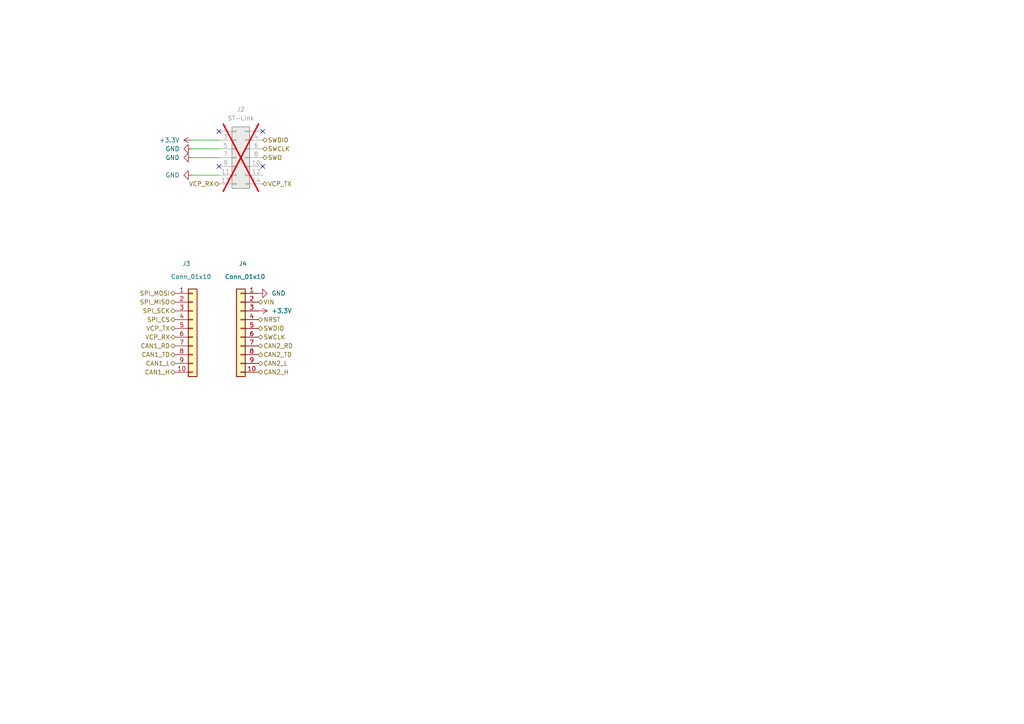
<source format=kicad_sch>
(kicad_sch (version 20231120) (generator "eeschema") (generator_version "8.0")
  (paper "A4")
  (lib_symbols
    (symbol "Connector_Generic:Conn_01x10" (pin_names (offset 1.016) hide)
      (property "Reference" "J" (at 0 12.7 0))
      (property "Value" "Conn_01x10" (at 0 -15.24 0))
      (symbol "Conn_01x10_1_1"
        (rectangle (start -1.27 -12.573) (end 0 -12.827) (stroke (width 0.1524)))
        (rectangle (start -1.27 -10.033) (end 0 -10.287) (stroke (width 0.1524)))
        (rectangle (start -1.27 -7.493) (end 0 -7.747) (stroke (width 0.1524)))
        (rectangle (start -1.27 -4.953) (end 0 -5.207) (stroke (width 0.1524)))
        (rectangle (start -1.27 -2.413) (end 0 -2.667) (stroke (width 0.1524)))
        (rectangle (start -1.27 0.127) (end 0 -0.127) (stroke (width 0.1524)))
        (rectangle (start -1.27 2.667) (end 0 2.413) (stroke (width 0.1524)))
        (rectangle (start -1.27 5.207) (end 0 4.953) (stroke (width 0.1524)))
        (rectangle (start -1.27 7.747) (end 0 7.493) (stroke (width 0.1524)))
        (rectangle (start -1.27 10.287) (end 0 10.033) (stroke (width 0.1524)))
        (rectangle (start -1.27 11.43) (end 1.27 -13.97) (stroke (width 0.254)) (fill (type background)))
        (pin passive line (at -5.08 10.16 0) (length 3.81) (name "Pin_1") (number "1"))
        (pin passive line (at -5.08 -12.7 0) (length 3.81) (name "Pin_10") (number "10"))
        (pin passive line (at -5.08 7.62 0) (length 3.81) (name "Pin_2") (number "2"))
        (pin passive line (at -5.08 5.08 0) (length 3.81) (name "Pin_3") (number "3"))
        (pin passive line (at -5.08 2.54 0) (length 3.81) (name "Pin_4") (number "4"))
        (pin passive line (at -5.08 0 0) (length 3.81) (name "Pin_5") (number "5"))
        (pin passive line (at -5.08 -2.54 0) (length 3.81) (name "Pin_6") (number "6"))
        (pin passive line (at -5.08 -5.08 0) (length 3.81) (name "Pin_7") (number "7"))
        (pin passive line (at -5.08 -7.62 0) (length 3.81) (name "Pin_8") (number "8"))
        (pin passive line (at -5.08 -10.16 0) (length 3.81) (name "Pin_9") (number "9"))
      )
    )
    (symbol "Connector_Generic:Conn_02x07_Odd_Even" (pin_names (offset 1.016) hide)
      (property "Reference" "J" (at 1.27 10.16 0))
      (property "Value" "Conn_02x07_Odd_Even" (at 1.27 -10.16 0))
      (symbol "Conn_02x07_Odd_Even_1_1"
        (rectangle (start -1.27 -7.493) (end 0 -7.747) (stroke (width 0.1524)))
        (rectangle (start -1.27 -4.953) (end 0 -5.207) (stroke (width 0.1524)))
        (rectangle (start -1.27 -2.413) (end 0 -2.667) (stroke (width 0.1524)))
        (rectangle (start -1.27 0.127) (end 0 -0.127) (stroke (width 0.1524)))
        (rectangle (start -1.27 2.667) (end 0 2.413) (stroke (width 0.1524)))
        (rectangle (start -1.27 5.207) (end 0 4.953) (stroke (width 0.1524)))
        (rectangle (start -1.27 7.747) (end 0 7.493) (stroke (width 0.1524)))
        (rectangle (start -1.27 8.89) (end 3.81 -8.89) (stroke (width 0.254)) (fill (type background)))
        (rectangle (start 3.81 -7.493) (end 2.54 -7.747) (stroke (width 0.1524)))
        (rectangle (start 3.81 -4.953) (end 2.54 -5.207) (stroke (width 0.1524)))
        (rectangle (start 3.81 -2.413) (end 2.54 -2.667) (stroke (width 0.1524)))
        (rectangle (start 3.81 0.127) (end 2.54 -0.127) (stroke (width 0.1524)))
        (rectangle (start 3.81 2.667) (end 2.54 2.413) (stroke (width 0.1524)))
        (rectangle (start 3.81 5.207) (end 2.54 4.953) (stroke (width 0.1524)))
        (rectangle (start 3.81 7.747) (end 2.54 7.493) (stroke (width 0.1524)))
        (pin passive line (at -5.08 7.62 0) (length 3.81) (name "Pin_1") (number "1"))
        (pin passive line (at 7.62 -2.54 180) (length 3.81) (name "Pin_10") (number "10"))
        (pin passive line (at -5.08 -5.08 0) (length 3.81) (name "Pin_11") (number "11"))
        (pin passive line (at 7.62 -5.08 180) (length 3.81) (name "Pin_12") (number "12"))
        (pin passive line (at -5.08 -7.62 0) (length 3.81) (name "Pin_13") (number "13"))
        (pin passive line (at 7.62 -7.62 180) (length 3.81) (name "Pin_14") (number "14"))
        (pin passive line (at 7.62 7.62 180) (length 3.81) (name "Pin_2") (number "2"))
        (pin passive line (at -5.08 5.08 0) (length 3.81) (name "Pin_3") (number "3"))
        (pin passive line (at 7.62 5.08 180) (length 3.81) (name "Pin_4") (number "4"))
        (pin passive line (at -5.08 2.54 0) (length 3.81) (name "Pin_5") (number "5"))
        (pin passive line (at 7.62 2.54 180) (length 3.81) (name "Pin_6") (number "6"))
        (pin passive line (at -5.08 0 0) (length 3.81) (name "Pin_7") (number "7"))
        (pin passive line (at 7.62 0 180) (length 3.81) (name "Pin_8") (number "8"))
        (pin passive line (at -5.08 -2.54 0) (length 3.81) (name "Pin_9") (number "9"))
      )
    )
    (symbol "power:+3.3V" (power) (pin_names (offset 0))
      (property "Value" "+3.3V" (at 0 3.556 0))
      (symbol "+3.3V_0_1"
        (polyline (pts (xy -0.762 1.27) (xy 0 2.54)))
        (polyline (pts (xy 0 0) (xy 0 2.54)))
        (polyline (pts (xy 0 2.54) (xy 0.762 1.27)))
      )
      (symbol "+3.3V_1_1"
        (pin power_in line (at 0 0 90) (length 0) hide (name "+3.3V") (number "1"))
      )
    )
    (symbol "power:GND" (power) (pin_names (offset 0))
      (property "Value" "GND" (at 0 -3.81 0))
      (symbol "GND_0_1"
        (polyline (pts (xy 0 0) (xy 0 -1.27) (xy 1.27 -1.27) (xy 0 -2.54) (xy -1.27 -1.27) (xy 0 -1.27)))
      )
      (symbol "GND_1_1"
        (pin power_in line (at 0 0 270) (length 0) hide (name "GND") (number "1"))
      )
    )
  )
  (no_connect (at 63.5 48.26))
  (no_connect (at 76.2 48.26))
  (no_connect (at 76.2 38.1))
  (no_connect (at 63.5 38.1))
  (wire (pts (xy 55.88 40.64) (xy 63.5 40.64)))
  (wire (pts (xy 55.88 43.18) (xy 63.5 43.18)))
  (wire (pts (xy 55.88 45.72) (xy 63.5 45.72)))
  (wire (pts (xy 55.88 50.8) (xy 63.5 50.8)))
  (hierarchical_label "SPI_SCK" (shape bidirectional) (at 50.8 90.17 180))
  (hierarchical_label "SWO" (shape bidirectional) (at 76.2 45.72 0))
  (hierarchical_label "VCP_TX" (shape bidirectional) (at 50.8 95.25 180))
  (hierarchical_label "VCP_RX" (shape bidirectional) (at 50.8 97.79 180))
  (hierarchical_label "CAN1_H" (shape bidirectional) (at 50.8 107.95 180))
  (hierarchical_label "CAN2_TD" (shape bidirectional) (at 74.93 102.87 0))
  (hierarchical_label "VCP_RX" (shape bidirectional) (at 63.5 53.34 180))
  (hierarchical_label "CAN2_L" (shape bidirectional) (at 74.93 105.41 0))
  (hierarchical_label "CAN2_H" (shape bidirectional) (at 74.93 107.95 0))
  (hierarchical_label "SWDIO" (shape bidirectional) (at 76.2 40.64 0))
  (hierarchical_label "CAN2_RD" (shape bidirectional) (at 74.93 100.33 0))
  (hierarchical_label "SPI_MOSI" (shape bidirectional) (at 50.8 85.09 180))
  (hierarchical_label "VIN" (shape bidirectional) (at 74.93 87.63 0))
  (hierarchical_label "SPI_CS" (shape bidirectional) (at 50.8 92.71 180))
  (hierarchical_label "SPI_MISO" (shape bidirectional) (at 50.8 87.63 180))
  (hierarchical_label "CAN1_TD" (shape bidirectional) (at 50.8 102.87 180))
  (hierarchical_label "SWCLK" (shape bidirectional) (at 76.2 43.18 0))
  (hierarchical_label "SWCLK" (shape bidirectional) (at 74.93 97.79 0))
  (hierarchical_label "CAN1_RD" (shape bidirectional) (at 50.8 100.33 180))
  (hierarchical_label "NRST" (shape bidirectional) (at 74.93 92.71 0))
  (hierarchical_label "SWDIO" (shape bidirectional) (at 74.93 95.25 0))
  (hierarchical_label "VCP_TX" (shape bidirectional) (at 76.2 53.34 0))
  (hierarchical_label "CAN1_L" (shape bidirectional) (at 50.8 105.41 180))
  (symbol (lib_id "power:GND") (at 55.88 43.18 270) (unit 1)
    (property "Reference" "#PWR040" (effects (hide yes)))
    (property "Value" "GND" (at 52.07 43.1799 90) (effects (justify right)))
    (property "Description" "Power symbol creates a global label with name \"GND\" , ground" (effects (hide yes)))
  )
  (symbol (lib_id "power:GND") (at 55.88 45.72 270) (unit 1)
    (property "Reference" "#PWR041" (effects (hide yes)))
    (property "Value" "GND" (at 52.07 45.7199 90) (effects (justify right)))
    (property "Description" "Power symbol creates a global label with name \"GND\" , ground" (effects (hide yes)))
  )
  (symbol (lib_id "power:GND") (at 74.93 85.09 90) (unit 1)
    (property "Reference" "#PWR052" (effects (hide yes)))
    (property "Value" "GND" (at 78.74 85.0899 90) (effects (justify right)))
    (property "Description" "Power symbol creates a global label with name \"GND\" , ground" (effects (hide yes)))
  )
  (symbol (lib_id "power:+3.3V") (at 74.93 90.17 270) (mirror x) (unit 1)
    (property "Reference" "#PWR051" (effects (hide yes)))
    (property "Value" "+3.3V" (at 78.74 90.1699 90) (effects (justify left)))
    (property "Description" "Power symbol creates a global label with name \"+3.3V\"" (effects (hide yes)))
  )
  (symbol (lib_id "Connector_Generic:Conn_01x10") (at 69.85 95.25 0) (mirror y) (unit 1)
    (property "Reference" "J4" (at 71.628 76.454 0) (effects (justify left)))
    (property "Value" "Conn_01x10" (at 76.962 80.264 0) (effects (justify left)))
    (property "Footprint" "Connector_PinHeader_2.54mm:PinHeader_1x10_P2.54mm_Vertical" (effects (hide yes)))
    (property "Description" "Generic connector, single row, 01x10, script generated (kicad-library-utils/schlib/autogen/connector/)" (effects (hide yes)))
  )
  (symbol (lib_id "Connector_Generic:Conn_02x07_Odd_Even") (at 68.58 45.72 0) (unit 1) (exclude_from_sim yes) (in_bom no) (on_board no) (dnp yes)
    (property "Reference" "J2" (at 69.85 31.75 0))
    (property "Value" "ST-Link" (at 69.85 34.29 0))
    (property "Footprint" "Connector_PinHeader_1.27mm:PinHeader_2x07_P1.27mm_Vertical" (effects (hide yes)))
    (property "Description" "Generic connector, double row, 02x07, odd/even pin numbering scheme (row 1 odd numbers, row 2 even numbers), script generated (kicad-library-utils/schlib/autogen/connector/)" (effects (hide yes)))
  )
  (symbol (lib_id "power:+3.3V") (at 55.88 40.64 90) (unit 1)
    (property "Reference" "#PWR039" (effects (hide yes)))
    (property "Value" "+3.3V" (at 52.07 40.6399 90) (effects (justify left)))
    (property "Description" "Power symbol creates a global label with name \"+3.3V\"" (effects (hide yes)))
  )
  (symbol (lib_id "Connector_Generic:Conn_01x10") (at 55.88 95.25 0) (unit 1)
    (property "Reference" "J3" (at 52.832 76.454 0) (effects (justify left)))
    (property "Value" "Conn_01x10" (at 49.53 80.264 0) (effects (justify left)))
    (property "Footprint" "Connector_PinHeader_2.54mm:PinHeader_1x10_P2.54mm_Vertical" (effects (hide yes)))
    (property "Description" "Generic connector, single row, 01x10, script generated (kicad-library-utils/schlib/autogen/connector/)" (effects (hide yes)))
  )
  (symbol (lib_id "power:GND") (at 55.88 50.8 270) (unit 1)
    (property "Reference" "#PWR038" (effects (hide yes)))
    (property "Value" "GND" (at 52.07 50.7999 90) (effects (justify right)))
    (property "Description" "Power symbol creates a global label with name \"GND\" , ground" (effects (hide yes)))
  )
)
</source>
